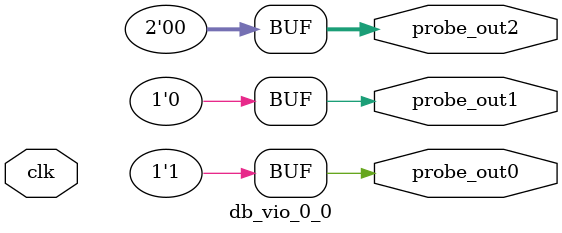
<source format=v>
`timescale 1ns / 1ps
module db_vio_0_0 (
clk,

probe_out0,
probe_out1,
probe_out2
);

input clk;

output reg [0 : 0] probe_out0 = 'h1 ;
output reg [0 : 0] probe_out1 = 'h0 ;
output reg [1 : 0] probe_out2 = 'h0 ;


endmodule

</source>
